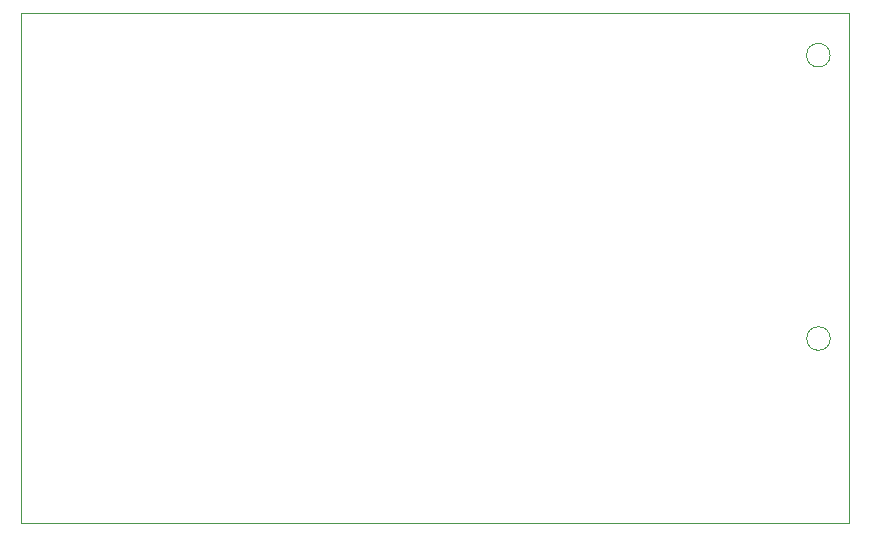
<source format=gbr>
%TF.GenerationSoftware,KiCad,Pcbnew,(5.1.5)-3*%
%TF.CreationDate,2020-03-09T23:17:30+02:00*%
%TF.ProjectId,iaq_device,6961715f-6465-4766-9963-652e6b696361,rev?*%
%TF.SameCoordinates,Original*%
%TF.FileFunction,Profile,NP*%
%FSLAX46Y46*%
G04 Gerber Fmt 4.6, Leading zero omitted, Abs format (unit mm)*
G04 Created by KiCad (PCBNEW (5.1.5)-3) date 2020-03-09 23:17:30*
%MOMM*%
%LPD*%
G04 APERTURE LIST*
%ADD10C,0.050000*%
G04 APERTURE END LIST*
D10*
X168910000Y-117094000D02*
X168910000Y-73914000D01*
X167320000Y-101480000D02*
G75*
G03X167320000Y-101480000I-1000000J0D01*
G01*
X98806000Y-73914000D02*
X168910000Y-73914000D01*
X98806000Y-117094000D02*
X98806000Y-73914000D01*
X168910000Y-117094000D02*
X98806000Y-117094000D01*
X167310000Y-77490000D02*
G75*
G03X167310000Y-77490000I-1000000J0D01*
G01*
M02*

</source>
